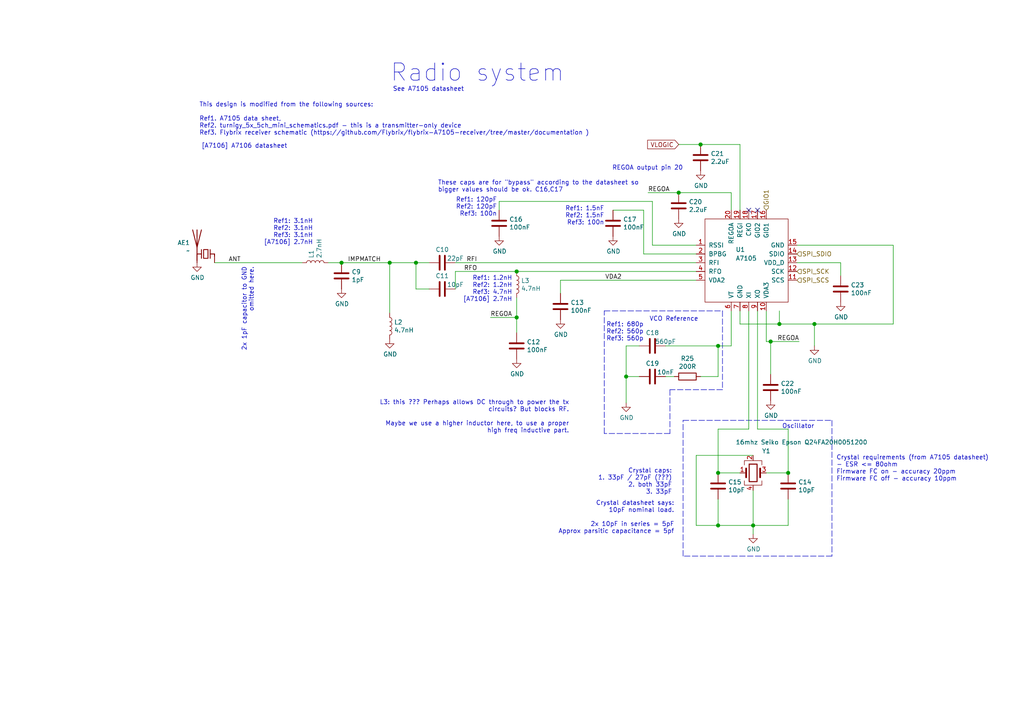
<source format=kicad_sch>
(kicad_sch (version 20230121) (generator eeschema)
  (paper "A4")
  (title_block (title "Scarab ESC+RX") (date "2024-02-04") (company "Mark Robson"))
  (lib_symbols
    (symbol "Device:Antenna_Chip" (pin_numbers hide) (pin_names (offset 1.016) hide)
      (property "Reference" "AE" (at 0 5.08 0))
      (property "Value" "Antenna_Chip" (at 0 3.175 0))
      (symbol "Antenna_Chip_0_1"
        (polyline (pts (xy -2.54 0) (xy -2.54 -0.635)) (stroke (width 0.254)))
        (polyline (pts (xy -2.54 0) (xy -1.27 0)) (stroke (width 0.254)))
        (polyline (pts (xy 1.27 0) (xy 2.54 0)) (stroke (width 0.254)))
        (polyline (pts (xy 1.27 1.27) (xy 1.27 -1.27)) (stroke (width 0.254)))
        (polyline (pts (xy 2.54 -0.635) (xy 2.54 0)))
        (polyline (pts (xy 2.54 6.985) (xy 2.54 -1.905)) (stroke (width 0.254)))
        (polyline (pts (xy -1.27 1.27) (xy -1.27 -1.27) (xy -1.27 0)) (stroke (width 0.254)))
        (polyline (pts (xy 3.81 6.985) (xy 2.54 1.905) (xy 1.27 6.985)) (stroke (width 0.254)))
        (polyline (pts (xy -0.635 1.27) (xy 0.635 1.27) (xy 0.635 -1.27) (xy -0.635 -1.27) (xy -0.635 1.27)) (stroke (width 0.254)))
      )
      (symbol "Antenna_Chip_1_1"
        (pin input line (at -2.54 -2.54 90) (length 2.54) (name "FEED") (number "1"))
        (pin passive line (at 2.54 -2.54 90) (length 2.54) (name "PCB_Trace") (number "2"))
      )
    )
    (symbol "Device:C" (pin_numbers hide) (pin_names (offset 0.254))
      (property "Reference" "C" (at 0.635 2.54 0))
      (property "Value" "C" (at 0.635 -2.54 0))
      (symbol "C_0_1"
        (polyline (pts (xy -2.032 -0.762) (xy 2.032 -0.762)) (stroke (width 0.508)))
        (polyline (pts (xy -2.032 0.762) (xy 2.032 0.762)) (stroke (width 0.508)))
      )
      (symbol "C_1_1"
        (pin passive line (at 0 3.81 270) (length 2.794) (name "~") (number "1"))
        (pin passive line (at 0 -3.81 90) (length 2.794) (name "~") (number "2"))
      )
    )
    (symbol "Device:Crystal_GND24" (pin_names (offset 1.016) hide)
      (property "Reference" "Y" (at 3.175 5.08 0))
      (property "Value" "Crystal_GND24" (at 3.175 3.175 0))
      (symbol "Crystal_GND24_0_1"
        (rectangle (start -1.143 2.54) (end 1.143 -2.54) (stroke (width 0.3048)))
        (polyline (pts (xy -2.54 0) (xy -2.032 0)))
        (polyline (pts (xy -2.032 -1.27) (xy -2.032 1.27)) (stroke (width 0.508)))
        (polyline (pts (xy 0 -3.81) (xy 0 -3.556)))
        (polyline (pts (xy 0 3.556) (xy 0 3.81)))
        (polyline (pts (xy 2.032 -1.27) (xy 2.032 1.27)) (stroke (width 0.508)))
        (polyline (pts (xy 2.032 0) (xy 2.54 0)))
        (polyline (pts (xy -2.54 -2.286) (xy -2.54 -3.556) (xy 2.54 -3.556) (xy 2.54 -2.286)))
        (polyline (pts (xy -2.54 2.286) (xy -2.54 3.556) (xy 2.54 3.556) (xy 2.54 2.286)))
      )
      (symbol "Crystal_GND24_1_1"
        (pin passive line (at -3.81 0 0) (length 1.27) (name "1") (number "1"))
        (pin passive line (at 0 5.08 270) (length 1.27) (name "2") (number "2"))
        (pin passive line (at 3.81 0 180) (length 1.27) (name "3") (number "3"))
        (pin passive line (at 0 -5.08 90) (length 1.27) (name "4") (number "4"))
      )
    )
    (symbol "Device:L" (pin_numbers hide) (pin_names (offset 1.016) hide)
      (property "Reference" "L" (at -1.27 0 90))
      (property "Value" "L" (at 1.905 0 90))
      (symbol "L_0_1"
        (arc (start 0 -2.54) (mid 0.6323 -1.905) (end 0 -1.27))
        (arc (start 0 -1.27) (mid 0.6323 -0.635) (end 0 0))
        (arc (start 0 0) (mid 0.6323 0.635) (end 0 1.27))
        (arc (start 0 1.27) (mid 0.6323 1.905) (end 0 2.54))
      )
      (symbol "L_1_1"
        (pin passive line (at 0 3.81 270) (length 1.27) (name "1") (number "1"))
        (pin passive line (at 0 -3.81 90) (length 1.27) (name "2") (number "2"))
      )
    )
    (symbol "Device:R" (pin_numbers hide) (pin_names (offset 0))
      (property "Reference" "R" (at 2.032 0 90))
      (property "Value" "R" (at 0 0 90))
      (symbol "R_0_1"
        (rectangle (start -1.016 -2.54) (end 1.016 2.54) (stroke (width 0.254)))
      )
      (symbol "R_1_1"
        (pin passive line (at 0 3.81 270) (length 1.27) (name "~") (number "1"))
        (pin passive line (at 0 -3.81 90) (length 1.27) (name "~") (number "2"))
      )
    )
    (symbol "L_1" (pin_numbers hide) (pin_names (offset 1.016) hide)
      (property "Reference" "L" (at -1.27 0 90))
      (property "Value" "L_1" (at 1.905 0 90))
      (symbol "L_1_0_1"
        (arc (start 0 -2.54) (mid 0.6323 -1.905) (end 0 -1.27))
        (arc (start 0 -1.27) (mid 0.6323 -0.635) (end 0 0))
        (arc (start 0 0) (mid 0.6323 0.635) (end 0 1.27))
        (arc (start 0 1.27) (mid 0.6323 1.905) (end 0 2.54))
      )
      (symbol "L_1_1_1"
        (pin passive line (at 0 3.81 270) (length 1.27) (name "1") (number "1"))
        (pin passive line (at 0 -3.81 90) (length 1.27) (name "2") (number "2"))
      )
    )
    (symbol "L_2" (pin_numbers hide) (pin_names (offset 1.016) hide)
      (property "Reference" "L" (at -1.27 0 90))
      (property "Value" "L_2" (at 1.905 0 90))
      (symbol "L_2_0_1"
        (arc (start 0 -2.54) (mid 0.6323 -1.905) (end 0 -1.27))
        (arc (start 0 -1.27) (mid 0.6323 -0.635) (end 0 0))
        (arc (start 0 0) (mid 0.6323 0.635) (end 0 1.27))
        (arc (start 0 1.27) (mid 0.6323 1.905) (end 0 2.54))
      )
      (symbol "L_2_1_1"
        (pin passive line (at 0 3.81 270) (length 1.27) (name "1") (number "1"))
        (pin passive line (at 0 -3.81 90) (length 1.27) (name "2") (number "2"))
      )
    )
    (symbol "malenki-nanoi:A7105" (pin_names (offset 1.016))
      (property "Reference" "U" (at 0 0 0))
      (property "Value" "A7105" (at 0 3.81 0))
      (symbol "A7105_0_1"
        (rectangle (start -12.7 12.7) (end 11.43 -11.43))
      )
      (symbol "A7105_1_1"
        (pin passive line (at -15.24 5.08 0) (length 2.54) (name "RSSI") (number "1"))
        (pin passive line (at 5.08 -13.97 90) (length 2.54) (name "VDA3") (number "10"))
        (pin input line (at 13.97 -5.08 180) (length 2.54) (name "SCS") (number "11"))
        (pin input line (at 13.97 -2.54 180) (length 2.54) (name "SCK") (number "12"))
        (pin passive line (at 13.97 0 180) (length 2.54) (name "VDD_D") (number "13"))
        (pin bidirectional line (at 13.97 2.54 180) (length 2.54) (name "SDIO") (number "14"))
        (pin power_in line (at 13.97 5.08 180) (length 2.54) (name "GND") (number "15"))
        (pin bidirectional line (at 5.08 15.24 270) (length 2.54) (name "GIO1") (number "16"))
        (pin bidirectional line (at 2.54 15.24 270) (length 2.54) (name "GIO2") (number "17"))
        (pin output line (at 0 15.24 270) (length 2.54) (name "CKO") (number "18"))
        (pin power_in line (at -2.54 15.24 270) (length 2.54) (name "REGI") (number "19"))
        (pin passive line (at -15.24 2.54 0) (length 2.54) (name "BPBG") (number "2"))
        (pin passive line (at -5.08 15.24 270) (length 2.54) (name "REGOA") (number "20"))
        (pin power_in line (at 8.89 -13.97 90) (length 2.54) hide (name "GND") (number "21"))
        (pin passive line (at -15.24 0 0) (length 2.54) (name "RFI") (number "3"))
        (pin passive line (at -15.24 -2.54 0) (length 2.54) (name "RFO") (number "4"))
        (pin passive line (at -15.24 -5.08 0) (length 2.54) (name "VDA2") (number "5"))
        (pin passive line (at -5.08 -13.97 90) (length 2.54) (name "VT") (number "6"))
        (pin power_in line (at -2.54 -13.97 90) (length 2.54) (name "GND") (number "7"))
        (pin passive line (at 0 -13.97 90) (length 2.54) (name "XI") (number "8"))
        (pin passive line (at 2.54 -13.97 90) (length 2.54) (name "XO") (number "9"))
      )
    )
    (symbol "power:GND" (power) (pin_names (offset 0))
      (property "Value" "GND" (at 0 -3.81 0))
      (symbol "GND_0_1"
        (polyline (pts (xy 0 0) (xy 0 -1.27) (xy 1.27 -1.27) (xy 0 -2.54) (xy -1.27 -1.27) (xy 0 -1.27)))
      )
      (symbol "GND_1_1"
        (pin power_in line (at 0 0 270) (length 0) hide (name "GND") (number "1"))
      )
    )
  )
  (junction (at 236.22 93.98) (diameter 1.016))
  (junction (at 208.28 100.33) (diameter 1.016))
  (junction (at 226.06 93.98) (diameter 1.016))
  (junction (at 218.44 152.4) (diameter 1.016))
  (junction (at 223.52 99.06) (diameter 1.016))
  (junction (at 208.28 152.4) (diameter 1.016))
  (junction (at 228.6 137.16) (diameter 1.016))
  (junction (at 99.06 76.2) (diameter 1.016))
  (junction (at 208.28 137.16) (diameter 1.016))
  (junction (at 149.86 92.075) (diameter 1.016))
  (junction (at 149.86 78.74) (diameter 1.016))
  (junction (at 196.85 55.88) (diameter 1.016))
  (junction (at 181.61 109.22) (diameter 1.016))
  (junction (at 203.2 41.91) (diameter 1.016))
  (junction (at 120.65 76.2) (diameter 1.016))
  (junction (at 113.03 76.2) (diameter 1.016))
  (no_connect (at 217.17 60.96))
  (no_connect (at 219.71 60.96))
  (wire (pts (xy 187.96 55.88) (xy 196.85 55.88)))
  (wire (pts (xy 189.23 58.42) (xy 144.78 58.42)))
  (wire (pts (xy 219.71 124.46) (xy 219.71 90.17)))
  (wire (pts (xy 113.03 90.805) (xy 113.03 76.2)))
  (wire (pts (xy 186.69 60.96) (xy 177.8 60.96)))
  (wire (pts (xy 99.06 76.2) (xy 113.03 76.2)))
  (wire (pts (xy 124.46 83.82) (xy 120.65 83.82)))
  (wire (pts (xy 149.86 78.74) (xy 201.93 78.74)))
  (wire (pts (xy 193.04 100.33) (xy 208.28 100.33)))
  (wire (pts (xy 208.28 124.46) (xy 208.28 137.16)))
  (wire (pts (xy 208.28 152.4) (xy 208.28 144.78)))
  (polyline (pts (xy 209.55 90.17) (xy 209.55 113.03)) (stroke (width 0) (type dash)))
  (wire (pts (xy 203.2 41.91) (xy 214.63 41.91)))
  (wire (pts (xy 132.08 78.74) (xy 132.08 83.82)))
  (wire (pts (xy 208.28 100.33) (xy 208.28 109.22)))
  (wire (pts (xy 236.22 93.98) (xy 259.08 93.98)))
  (wire (pts (xy 132.08 78.74) (xy 149.86 78.74)))
  (wire (pts (xy 231.14 76.2) (xy 243.84 76.2)))
  (wire (pts (xy 226.06 90.17) (xy 226.06 93.98)))
  (wire (pts (xy 218.44 132.08) (xy 201.93 132.08)))
  (wire (pts (xy 201.93 152.4) (xy 208.28 152.4)))
  (wire (pts (xy 243.84 76.2) (xy 243.84 80.01)))
  (wire (pts (xy 201.93 132.08) (xy 201.93 152.4)))
  (wire (pts (xy 181.61 100.33) (xy 181.61 109.22)))
  (polyline (pts (xy 175.26 125.73) (xy 175.26 90.17)) (stroke (width 0) (type dash)))
  (wire (pts (xy 149.86 86.36) (xy 149.86 92.075)))
  (wire (pts (xy 222.25 137.16) (xy 228.6 137.16)))
  (wire (pts (xy 218.44 152.4) (xy 218.44 154.94)))
  (wire (pts (xy 208.28 100.33) (xy 212.09 100.33)))
  (polyline (pts (xy 241.3 121.92) (xy 241.3 161.29)) (stroke (width 0) (type dash)))
  (wire (pts (xy 193.04 109.22) (xy 195.58 109.22)))
  (wire (pts (xy 217.17 124.46) (xy 208.28 124.46)))
  (wire (pts (xy 222.25 90.17) (xy 222.25 99.06)))
  (wire (pts (xy 208.28 152.4) (xy 218.44 152.4)))
  (wire (pts (xy 223.52 99.06) (xy 223.52 108.585)))
  (wire (pts (xy 120.65 76.2) (xy 120.65 83.82)))
  (wire (pts (xy 217.17 90.17) (xy 217.17 124.46)))
  (wire (pts (xy 181.61 109.22) (xy 185.42 109.22)))
  (wire (pts (xy 228.6 137.16) (xy 228.6 124.46)))
  (polyline (pts (xy 198.12 161.29) (xy 198.12 121.92)) (stroke (width 0) (type dash)))
  (wire (pts (xy 214.63 90.17) (xy 214.63 93.98)))
  (wire (pts (xy 214.63 93.98) (xy 226.06 93.98)))
  (wire (pts (xy 201.93 71.12) (xy 189.23 71.12)))
  (wire (pts (xy 226.06 93.98) (xy 236.22 93.98)))
  (wire (pts (xy 222.25 99.06) (xy 223.52 99.06)))
  (wire (pts (xy 120.65 76.2) (xy 124.46 76.2)))
  (wire (pts (xy 185.42 100.33) (xy 181.61 100.33)))
  (polyline (pts (xy 194.31 113.03) (xy 194.31 125.73)) (stroke (width 0) (type dash)))
  (polyline (pts (xy 241.3 161.29) (xy 198.12 161.29)) (stroke (width 0) (type dash)))
  (wire (pts (xy 231.14 71.12) (xy 259.08 71.12)))
  (wire (pts (xy 196.85 55.88) (xy 212.09 55.88)))
  (polyline (pts (xy 175.26 90.17) (xy 209.55 90.17)) (stroke (width 0) (type dash)))
  (wire (pts (xy 212.09 90.17) (xy 212.09 100.33)))
  (wire (pts (xy 149.86 92.075) (xy 149.86 96.52)))
  (wire (pts (xy 223.52 99.06) (xy 231.775 99.06)))
  (wire (pts (xy 62.23 76.2) (xy 87.63 76.2)))
  (wire (pts (xy 189.23 71.12) (xy 189.23 58.42)))
  (wire (pts (xy 214.63 60.96) (xy 214.63 41.91)))
  (wire (pts (xy 144.78 58.42) (xy 144.78 60.96)))
  (wire (pts (xy 142.24 92.075) (xy 149.86 92.075)))
  (wire (pts (xy 218.44 142.24) (xy 218.44 152.4)))
  (wire (pts (xy 196.85 41.91) (xy 203.2 41.91)))
  (wire (pts (xy 212.09 60.96) (xy 212.09 55.88)))
  (polyline (pts (xy 194.31 125.73) (xy 175.26 125.73)) (stroke (width 0) (type dash)))
  (wire (pts (xy 259.08 71.12) (xy 259.08 93.98)))
  (wire (pts (xy 218.44 152.4) (xy 228.6 152.4)))
  (wire (pts (xy 228.6 124.46) (xy 219.71 124.46)))
  (wire (pts (xy 236.22 93.98) (xy 236.22 100.33)))
  (wire (pts (xy 132.08 76.2) (xy 201.93 76.2)))
  (polyline (pts (xy 209.55 113.03) (xy 194.31 113.03)) (stroke (width 0) (type dash)))
  (wire (pts (xy 201.93 73.66) (xy 186.69 73.66)))
  (wire (pts (xy 201.93 81.28) (xy 162.56 81.28)))
  (wire (pts (xy 186.69 73.66) (xy 186.69 60.96)))
  (wire (pts (xy 203.2 109.22) (xy 208.28 109.22)))
  (wire (pts (xy 208.28 137.16) (xy 214.63 137.16)))
  (wire (pts (xy 228.6 152.4) (xy 228.6 144.78)))
  (wire (pts (xy 95.25 76.2) (xy 99.06 76.2)))
  (polyline (pts (xy 198.12 121.92) (xy 241.3 121.92)) (stroke (width 0) (type dash)))
  (wire (pts (xy 181.61 109.22) (xy 181.61 116.84)))
  (wire (pts (xy 162.56 81.28) (xy 162.56 85.09)))
  (wire (pts (xy 113.03 76.2) (xy 120.65 76.2)))
  (text "REGOA output pin 20" (at 198.12 49.53 0) (effects (font (size 1.27 1.27)) (justify right bottom)))
  (text "Radio system" (at 163.83 24.13 0) (effects (font (size 5.0038 5.0038)) (justify right bottom)))
  (text "Ref1: 3.1nH\nRef2: 3.1nH\nRef3: 3.1nH\n[A7106] 2.7nH" (at 90.805 71.12 0) (effects (font (size 1.27 1.27)) (justify right bottom)))
  (text "See A7105 datasheet" (at 134.62 26.67 0) (effects (font (size 1.27 1.27)) (justify right bottom)))
  (text "Ref1: 120pF\nRef2: 120pF\nRef3: 100n" (at 144.145 62.865 0) (effects (font (size 1.27 1.27)) (justify right bottom)))
  (text "Crystal datasheet says:\n10pF nominal load.\n\n2x 10pF in series = 5pF\nApprox parsitic capacitance = 5pf" (at 195.58 154.94 0) (effects (font (size 1.27 1.27)) (justify right bottom)))
  (text "Oscillator" (at 236.22 124.46 0) (effects (font (size 1.27 1.27)) (justify right bottom)))
  (text "Ref1: 1.2nH\nRef2: 1.2nH\nRef3: 4.7nH\n[A7106] 2.7nH" (at 148.59 87.63 0) (effects (font (size 1.27 1.27)) (justify right bottom)))
  (text "L3: this ??? Perhaps allows DC through to power the tx\ncircuits? But blocks RF.\n\nMaybe we use a higher inductor here, to use a proper\nhigh freq inductive part." (at 165.1 125.73 0) (effects (font (size 1.27 1.27)) (justify right bottom)))
  (text "Crystal requirements (from A7105 datasheet)\n- ESR <= 80ohm\nFirmware FC on - accuracy 20ppm\nFirmware FC off - accuracy 10ppm" (at 242.57 139.7 0) (effects (font (size 1.27 1.27)) (justify left bottom)))
  (text "[A7106] A7106 datasheet" (at 58.42 43.18 0) (effects (font (size 1.27 1.27)) (justify left bottom)))
  (text "These caps are for \"bypass\" according to the datasheet so\nbigger values should be ok. C16,C17" (at 127 55.88 0) (effects (font (size 1.27 1.27)) (justify left bottom)))
  (text "Ref1: 680p\nRef2: 560p\nRef3: 560p" (at 186.69 99.06 0) (effects (font (size 1.27 1.27)) (justify right bottom)))
  (text "VCO Reference" (at 202.565 93.345 0) (effects (font (size 1.27 1.27)) (justify right bottom)))
  (text "2x 1pF capacitor to GND\nomitted here." (at 73.66 77.47 90) (effects (font (size 1.27 1.27)) (justify right bottom)))
  (text "This design is modified from the following sources:\n\nRef1. A7105 data sheet, \nRef2. turnigy_5x_5ch_mini_schematics.pdf - this is a transmitter-only device\nRef3. Flybrix receiver schematic (https://github.com/Flybrix/flybrix-A7105-receiver/tree/master/documentation )\n" (at 57.785 39.37 0) (effects (font (size 1.27 1.27)) (justify left bottom)))
  (text "Crystal caps:\n1. 33pF / 27pF (???)\n2. both 33pF\n3. 33pF" (at 194.945 143.51 0) (effects (font (size 1.27 1.27)) (justify right bottom)))
  (text "Ref1: 1.5nF\nRef2: 1.5nF\nRef3: 100n" (at 175.26 65.405 0) (effects (font (size 1.27 1.27)) (justify right bottom)))
  (label "REGOA" (at 142.24 92.075 0))
  (label "RFI" (at 138.43 76.2 180))
  (label "RFO" (at 138.43 78.74 180))
  (label "REGOA" (at 187.96 55.88 0))
  (label "ANT" (at 69.85 76.2 180))
  (label "IMPMATCH" (at 110.49 76.2 180))
  (label "REGOA" (at 231.775 99.06 180))
  (label "VDA2" (at 180.34 81.28 180))
  (global_label "VLOGIC" (shape input) (at 196.85 41.91 180) (property "Intersheetrefs" "${INTERSHEET_REFS}" (effects hide)))
  (hierarchical_label "SPI_SCK" (shape input) (at 231.14 78.74 0))
  (hierarchical_label "GIO1" (shape input) (at 222.25 60.96 90))
  (hierarchical_label "SPI_SCS" (shape input) (at 231.14 81.28 0))
  (hierarchical_label "SPI_SDIO" (shape input) (at 231.14 73.66 0))
  (symbol (lib_id "power:GND") (at 203.2 49.53 0) (unit 1)
    (property "Reference" "#PWR018" (effects hide))
    (property "Value" "GND" (at 203.327 53.848 0))
  )
  (symbol (lib_id "Device:C") (at 208.28 140.97 0) (unit 1)
    (property "Reference" "C15" (at 211.201 139.827 0) (effects (justify left)))
    (property "Value" "10pF" (at 211.201 142.113 0) (effects (justify left)))
    (property "Footprint" "Capacitor_SMD:C_0402_1005Metric_Pad0.74x0.62mm_HandSolder" (effects hide))
    (property "LCSC" "C32949" (effects hide))
    (property "MPN" "CL05C100JB5NNNC" (effects hide))
    (property "Manufacturer" "Samsung" (effects hide))
  )
  (symbol (lib_id "Device:C") (at 149.86 100.33 0) (unit 1)
    (property "Reference" "C12" (at 152.781 99.187 0) (effects (justify left)))
    (property "Value" "100nF" (at 152.781 101.473 0) (effects (justify left)))
    (property "Footprint" "Capacitor_SMD:C_0402_1005Metric_Pad0.74x0.62mm_HandSolder" (effects hide))
    (property "LCSC" "C307331" (effects hide))
    (property "Manufacturer" "Samsung" (effects hide))
  )
  (symbol (lib_id "Device:C") (at 128.27 83.82 90) (unit 1)
    (property "Reference" "C11" (at 128.27 80.01 90))
    (property "Value" "10pF" (at 132.08 82.55 90))
    (property "Footprint" "Capacitor_SMD:C_0402_1005Metric_Pad0.74x0.62mm_HandSolder" (effects hide))
    (property "LCSC" "C32949" (effects hide))
    (property "MPN" "CL05C100JB5NNNC" (effects hide))
    (property "Manufacturer" "Samsung" (effects hide))
  )
  (symbol (lib_id "Device:C") (at 128.27 76.2 90) (unit 1)
    (property "Reference" "C10" (at 128.27 72.39 90))
    (property "Value" "22pF" (at 132.08 74.93 90))
    (property "Footprint" "Capacitor_SMD:C_0402_1005Metric_Pad0.74x0.62mm_HandSolder" (effects hide))
    (property "LCSC" "C1555" (effects hide))
    (property "MPN" "CL31A226KAHNNNE" (effects hide))
    (property "Manufacturer" "Guangdong Fenghua Advanced" (effects hide))
  )
  (symbol (lib_id "Device:C") (at 228.6 140.97 0) (unit 1)
    (property "Reference" "C14" (at 231.521 139.827 0) (effects (justify left)))
    (property "Value" "10pF" (at 231.521 142.113 0) (effects (justify left)))
    (property "Footprint" "Capacitor_SMD:C_0402_1005Metric_Pad0.74x0.62mm_HandSolder" (effects hide))
    (property "LCSC" "C32949" (effects hide))
    (property "MPN" "CL05C100JB5NNNC" (effects hide))
    (property "Manufacturer" "Samsung" (effects hide))
  )
  (symbol (lib_id "power:GND") (at 57.15 76.2 0) (unit 1)
    (property "Reference" "#PWR0105" (effects hide))
    (property "Value" "GND" (at 57.277 80.518 0))
  )
  (symbol (lib_id "power:GND") (at 218.44 154.94 0) (unit 1)
    (property "Reference" "#PWR019" (effects hide))
    (property "Value" "GND" (at 218.567 159.258 0))
  )
  (symbol (lib_id "power:GND") (at 113.03 98.425 0) (unit 1)
    (property "Reference" "#PWR010" (effects hide))
    (property "Value" "GND" (at 113.157 102.743 0))
  )
  (symbol (lib_id "malenki-nanoi:A7105") (at 217.17 76.2 0) (unit 1)
    (property "Reference" "U1" (at 213.36 72.39 0) (effects (justify left)))
    (property "Value" "A7105" (at 213.36 74.93 0) (effects (justify left)))
    (property "Footprint" "malenki-nano:a7105-QFN-20" (effects hide))
    (property "LCSC" "C126376" (effects hide))
    (property "MPN" "A71X05AQFI/Q" (effects hide))
    (property "Manufacturer" "AMICCOM" (effects hide))
    (property "PartNumber" "A71X05AQFI/Q" (effects hide))
  )
  (symbol (lib_id "Device:C") (at 223.52 112.395 0) (unit 1)
    (property "Reference" "C22" (at 226.441 111.252 0) (effects (justify left)))
    (property "Value" "100nF" (at 226.441 113.538 0) (effects (justify left)))
    (property "Footprint" "Capacitor_SMD:C_0402_1005Metric_Pad0.74x0.62mm_HandSolder" (effects hide))
    (property "LCSC" "C307331" (effects hide))
    (property "Manufacturer" "Samsung" (effects hide))
  )
  (symbol (lib_id "power:GND") (at 196.85 63.5 0) (unit 1)
    (property "Reference" "#PWR017" (effects hide))
    (property "Value" "GND" (at 196.977 67.818 0))
  )
  (symbol (lib_name "L_2") (lib_id "Device:L") (at 113.03 94.615 0) (unit 1)
    (property "Reference" "L2" (at 114.3 93.472 0) (effects (justify left)))
    (property "Value" "4.7nH" (at 114.3 95.758 0) (effects (justify left)))
    (property "Footprint" "Inductor_SMD:L_0402_1005Metric_Pad0.77x0.64mm_HandSolder" (effects hide))
    (property "LCSC" "C341688" (effects hide))
    (property "MPN" "LQW15AN4N7D10D" (effects hide))
    (property "Manufacturer" "Murata" (effects hide))
  )
  (symbol (lib_id "Device:R") (at 199.39 109.22 90) (unit 1)
    (property "Reference" "R25" (at 199.39 103.9876 90))
    (property "Value" "200R" (at 199.39 106.299 90))
    (property "Footprint" "Resistor_SMD:R_0402_1005Metric" (effects hide))
    (property "LCSC" "C25087" (effects hide))
    (property "MPN" "0402WGF2000TCE" (effects hide))
    (property "Manufacturer" "Uniroyal" (effects hide))
  )
  (symbol (lib_id "Device:C") (at 189.23 109.22 270) (unit 1)
    (property "Reference" "C19" (at 189.23 105.41 90))
    (property "Value" "10nF" (at 193.04 107.95 90))
    (property "Footprint" "Capacitor_SMD:C_0402_1005Metric_Pad0.74x0.62mm_HandSolder" (effects hide))
    (property "LCSC" "C15195" (effects hide))
    (property "MPN" "CL05B103KB5NNNC" (effects hide))
    (property "Manufacturer" "Samsung" (effects hide))
  )
  (symbol (lib_id "power:GND") (at 162.56 92.71 0) (unit 1)
    (property "Reference" "#PWR013" (effects hide))
    (property "Value" "GND" (at 162.687 97.028 0))
  )
  (symbol (lib_id "Device:C") (at 196.85 59.69 0) (unit 1)
    (property "Reference" "C20" (at 199.771 58.547 0) (effects (justify left)))
    (property "Value" "2.2uF" (at 199.771 60.833 0) (effects (justify left)))
    (property "Footprint" "Capacitor_SMD:C_0603_1608Metric" (effects hide))
    (property "LCSC" "C23630" (effects hide))
    (property "MPN" "CL05A225MQ5NSNC" (effects hide))
    (property "Manufacturer" "Samsung" (effects hide))
  )
  (symbol (lib_id "Device:C") (at 99.06 80.01 0) (unit 1)
    (property "Reference" "C9" (at 101.981 78.867 0) (effects (justify left)))
    (property "Value" "1pF" (at 101.981 81.153 0) (effects (justify left)))
    (property "Footprint" "Capacitor_SMD:C_0402_1005Metric_Pad0.74x0.62mm_HandSolder" (effects hide))
    (property "LCSC" "C1550" (effects hide))
    (property "MPN" "CL31A226KAHNNNE" (effects hide))
    (property "Manufacturer" "Guangdong Fenghua Advanced" (effects hide))
  )
  (symbol (lib_id "power:GND") (at 236.22 100.33 0) (unit 1)
    (property "Reference" "#PWR021" (effects hide))
    (property "Value" "GND" (at 236.347 104.648 0))
  )
  (symbol (lib_id "power:GND") (at 149.86 104.14 0) (unit 1)
    (property "Reference" "#PWR012" (effects hide))
    (property "Value" "GND" (at 149.987 108.458 0))
  )
  (symbol (lib_id "power:GND") (at 144.78 68.58 0) (unit 1)
    (property "Reference" "#PWR014" (effects hide))
    (property "Value" "GND" (at 144.907 72.898 0))
  )
  (symbol (lib_id "Device:C") (at 203.2 45.72 0) (unit 1)
    (property "Reference" "C21" (at 206.121 44.577 0) (effects (justify left)))
    (property "Value" "2.2uF" (at 206.121 46.863 0) (effects (justify left)))
    (property "Footprint" "Capacitor_SMD:C_0603_1608Metric" (effects hide))
    (property "LCSC" "C23630" (effects hide))
    (property "MPN" "CL05A225MQ5NSNC" (effects hide))
    (property "Manufacturer" "Samsung" (effects hide))
  )
  (symbol (lib_id "Device:Antenna_Chip") (at 59.69 73.66 0) (mirror y) (unit 1) (in_bom no)
    (property "Reference" "AE1" (at 55.118 70.4088 0) (effects (justify left)))
    (property "Value" "~" (at 55.118 72.7202 0) (effects (justify left)))
    (property "Footprint" "malenki-nano:malenki_antenna" (effects hide))
  )
  (symbol (lib_id "power:GND") (at 181.61 116.84 0) (unit 1)
    (property "Reference" "#PWR016" (effects hide))
    (property "Value" "GND" (at 181.737 121.158 0))
  )
  (symbol (lib_id "power:GND") (at 243.84 87.63 0) (unit 1)
    (property "Reference" "#PWR022" (effects hide))
    (property "Value" "GND" (at 243.967 91.948 0))
  )
  (symbol (lib_id "power:GND") (at 177.8 68.58 0) (unit 1)
    (property "Reference" "#PWR015" (effects hide))
    (property "Value" "GND" (at 177.927 72.898 0))
  )
  (symbol (lib_id "Device:Crystal_GND24") (at 218.44 137.16 0) (unit 1)
    (property "Reference" "Y1" (at 220.98 130.81 0) (effects (justify left)))
    (property "Value" "16mhz Seiko Epson Q24FA20H0051200" (at 213.36 128.27 0) (effects (justify left)))
    (property "Footprint" "Crystal:Crystal_SMD_2520-4Pin_2.5x2.0mm" (effects hide))
    (property "LCSC" "C255947" (effects hide))
    (property "MPN" "Q24FA20H0051200" (effects hide))
    (property "Manufacturer" "Seiko Epson" (effects hide))
    (property "PartNumber" "Q24FA20H00512" (effects hide))
  )
  (symbol (lib_id "Device:L") (at 149.86 82.55 0) (unit 1)
    (property "Reference" "L3" (at 151.13 81.407 0) (effects (justify left)))
    (property "Value" "4.7nH" (at 151.13 83.693 0) (effects (justify left)))
    (property "Footprint" "Inductor_SMD:L_0402_1005Metric_Pad0.77x0.64mm_HandSolder" (effects hide))
    (property "LCSC" "C341688" (effects hide))
    (property "MPN" "VHF160808H4N7ST" (effects hide))
    (property "Manufacturer" "Murata" (effects hide))
  )
  (symbol (lib_id "power:GND") (at 99.06 83.82 0) (unit 1)
    (property "Reference" "#PWR09" (effects hide))
    (property "Value" "GND" (at 99.187 88.138 0))
  )
  (symbol (lib_id "power:GND") (at 223.52 116.205 0) (unit 1)
    (property "Reference" "#PWR020" (effects hide))
    (property "Value" "GND" (at 223.647 120.523 0))
  )
  (symbol (lib_id "Device:C") (at 144.78 64.77 0) (unit 1)
    (property "Reference" "C16" (at 147.701 63.627 0) (effects (justify left)))
    (property "Value" "100nF" (at 147.701 65.913 0) (effects (justify left)))
    (property "Footprint" "Capacitor_SMD:C_0402_1005Metric_Pad0.74x0.62mm_HandSolder" (effects hide))
    (property "LCSC" "C307331" (effects hide))
    (property "Manufacturer" "Samsung" (effects hide))
  )
  (symbol (lib_name "L_1") (lib_id "Device:L") (at 91.44 76.2 90) (unit 1)
    (property "Reference" "L1" (at 90.297 74.93 0) (effects (justify left)))
    (property "Value" "2.7nH" (at 92.583 74.93 0) (effects (justify left)))
    (property "Footprint" "Inductor_SMD:L_0402_1005Metric_Pad0.77x0.64mm_HandSolder" (effects hide))
    (property "LCSC" "C76791" (effects hide))
    (property "Manufacturer" "Sunlord" (effects hide))
  )
  (symbol (lib_id "Device:C") (at 189.23 100.33 90) (unit 1)
    (property "Reference" "C18" (at 189.23 96.52 90))
    (property "Value" "560pF" (at 193.04 99.06 90))
    (property "Footprint" "Capacitor_SMD:C_0402_1005Metric_Pad0.74x0.62mm_HandSolder" (effects hide))
    (property "LCSC" "C1539" (effects hide))
    (property "MPN" "CL05C561JB5NNNC" (effects hide))
    (property "Manufacturer" "Samsung" (effects hide))
  )
  (symbol (lib_id "Device:C") (at 177.8 64.77 0) (unit 1)
    (property "Reference" "C17" (at 180.721 63.627 0) (effects (justify left)))
    (property "Value" "100nF" (at 180.721 65.913 0) (effects (justify left)))
    (property "Footprint" "Capacitor_SMD:C_0402_1005Metric_Pad0.74x0.62mm_HandSolder" (effects hide))
    (property "LCSC" "C307331" (effects hide))
    (property "Manufacturer" "Samsung" (effects hide))
  )
  (symbol (lib_id "Device:C") (at 162.56 88.9 0) (unit 1)
    (property "Reference" "C13" (at 165.481 87.757 0) (effects (justify left)))
    (property "Value" "100nF" (at 165.481 90.043 0) (effects (justify left)))
    (property "Footprint" "Capacitor_SMD:C_0402_1005Metric_Pad0.74x0.62mm_HandSolder" (effects hide))
    (property "LCSC" "C307331" (effects hide))
    (property "Manufacturer" "Samsung" (effects hide))
  )
  (symbol (lib_id "Device:C") (at 243.84 83.82 0) (unit 1)
    (property "Reference" "C23" (at 246.761 82.677 0) (effects (justify left)))
    (property "Value" "100nF" (at 246.761 84.963 0) (effects (justify left)))
    (property "Footprint" "Capacitor_SMD:C_0402_1005Metric_Pad0.74x0.62mm_HandSolder" (effects hide))
    (property "LCSC" "C307331" (effects hide))
    (property "Manufacturer" "Samsung" (effects hide))
  )
)
</source>
